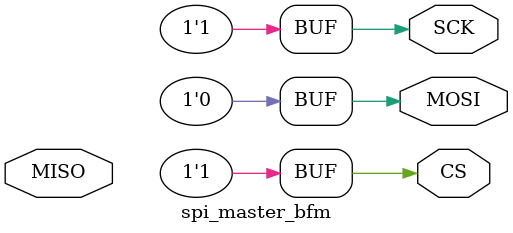
<source format=v>
`timescale 1ns / 1ps


module spi_master_bfm (
    output reg CS,
    output reg SCK,
    output reg MOSI,
    input wire MISO
);

    // SPI mode 3 helpers (CPOL=1, CPHA=1):
    // - SCK idles high
    // - Master changes MOSI on falling edge
    // - Master samples MISO on rising edge
    task begin_transaction;
        begin
            CS = 0;
            #100;
        end
    endtask

    task end_transaction;
        begin
            #100;
            CS = 1;
            #100;
        end
    endtask

    task transfer_word;
        input  [15:0] data;
        output [15:0] received;
        integer i;
        begin
            received = 16'h0000;
            // Send 16 bits MSB first
            for (i = 15; i >= 0; i = i - 1) begin
                MOSI = data[i];
                #50;
                SCK = 0;  // falling
                #50;
                SCK = 1;  // rising (sample)
                #25;
                received[i] = MISO;
                #25;
            end
            // Mode 3: Add one more SCK cycle after 16 bits to ensure downstream
            // logic clocked on posedge SCK can see any control signals (like wr_en)
            // that were set during the 16th bit.
            #50;
            SCK = 0;
            #50;
            SCK = 1;
            #50;
        end
    endtask

    // Backward-compatible single-word helpers (toggle CS per word)
    task send_word;
        input [15:0] data;
        output [15:0] received;
        begin
            begin_transaction();
            transfer_word(data, received);
            end_transaction();
        end
    endtask
    
    task read_word;
        output [15:0] received;
        begin
            MOSI = 0;
            send_word(16'h0000, received);
        end
    endtask
    
    initial begin
        CS = 1;
        SCK = 1;  // Mode 3 idle high
        MOSI = 0;
    end

endmodule

</source>
